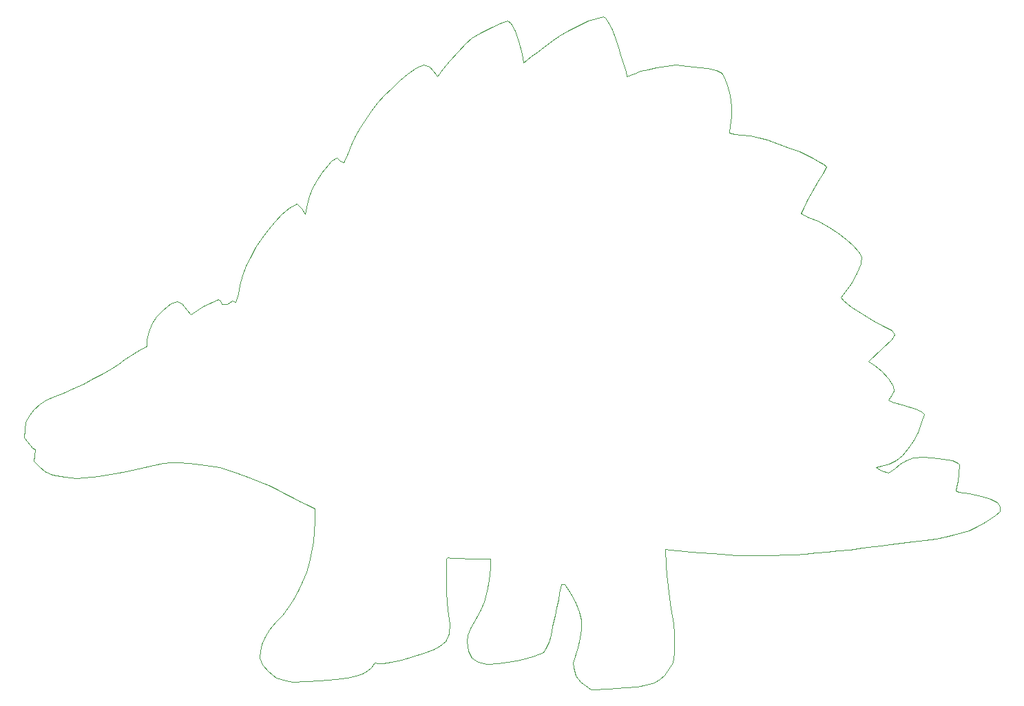
<source format=gbr>
%TF.GenerationSoftware,KiCad,Pcbnew,(6.0.7)*%
%TF.CreationDate,2022-08-20T21:46:32+02:00*%
%TF.ProjectId,demoDino,64656d6f-4469-46e6-9f2e-6b696361645f,rev?*%
%TF.SameCoordinates,Original*%
%TF.FileFunction,Profile,NP*%
%FSLAX46Y46*%
G04 Gerber Fmt 4.6, Leading zero omitted, Abs format (unit mm)*
G04 Created by KiCad (PCBNEW (6.0.7)) date 2022-08-20 21:46:32*
%MOMM*%
%LPD*%
G01*
G04 APERTURE LIST*
%TA.AperFunction,Profile*%
%ADD10C,0.000010*%
%TD*%
G04 APERTURE END LIST*
%TO.C,svg2mod*%
D10*
X95438331Y-24815490D02*
X95798250Y-25330553D01*
X96259305Y-26265536D01*
X96712977Y-27377581D01*
X97050741Y-28423832D01*
X97316793Y-29386791D01*
X97552366Y-30156209D01*
X97927180Y-31389448D01*
X98088795Y-31991770D01*
X98957781Y-31639328D01*
X99774112Y-31346092D01*
X100675456Y-31098572D01*
X101690599Y-30890041D01*
X102848325Y-30713777D01*
X104076591Y-30552785D01*
X106224192Y-30778422D01*
X107925303Y-30979717D01*
X109021977Y-31213713D01*
X109689286Y-31575247D01*
X110102302Y-32159159D01*
X110436099Y-33060287D01*
X110734324Y-34289028D01*
X110891426Y-35618819D01*
X110898875Y-36913460D01*
X110748139Y-38036752D01*
X110636703Y-38957731D01*
X111351083Y-39087243D01*
X112168168Y-39146317D01*
X113201838Y-39304902D01*
X114302191Y-39535697D01*
X115319327Y-39811399D01*
X116692249Y-40265058D01*
X118047034Y-40756926D01*
X119278397Y-41245240D01*
X120281053Y-41688238D01*
X120949717Y-42044157D01*
X121658264Y-42461417D01*
X122199735Y-42721071D01*
X122597273Y-43093437D01*
X122176760Y-43892771D01*
X121701026Y-44646451D01*
X121000364Y-45860557D01*
X120264630Y-47191679D01*
X119683675Y-48296404D01*
X119447352Y-48831321D01*
X120420762Y-49317406D01*
X121565885Y-49801288D01*
X122764462Y-50450848D01*
X123940416Y-51208927D01*
X125017673Y-52018364D01*
X125920157Y-52822000D01*
X126571793Y-53562674D01*
X126896507Y-54183228D01*
X126793475Y-54996356D01*
X126330380Y-56204382D01*
X125657426Y-57479049D01*
X124924812Y-58492104D01*
X124354191Y-59185801D01*
X124728111Y-59589014D01*
X125685902Y-60306486D01*
X126981605Y-61173613D01*
X128369263Y-62025792D01*
X129602916Y-62698418D01*
X130652687Y-63243676D01*
X130990339Y-63690302D01*
X130602892Y-64320230D01*
X129477362Y-65415397D01*
X127774193Y-67030914D01*
X128516378Y-67507054D01*
X129415136Y-68244791D01*
X130229212Y-69172635D01*
X130788416Y-70065036D01*
X130922555Y-70696443D01*
X130475009Y-71410031D01*
X130228207Y-71776145D01*
X130636746Y-72029693D01*
X132132181Y-72438765D01*
X133515754Y-72862519D01*
X134268594Y-73211404D01*
X134616676Y-73512877D01*
X134304644Y-74522964D01*
X133847322Y-75755588D01*
X133283603Y-76861469D01*
X132629091Y-77823465D01*
X131899390Y-78624436D01*
X131110105Y-79247241D01*
X130276840Y-79674739D01*
X129415199Y-79889789D01*
X128728044Y-80075569D01*
X129338096Y-80484653D01*
X130187054Y-80762007D01*
X130952374Y-80211774D01*
X131645564Y-79684349D01*
X132412494Y-79245199D01*
X133231133Y-78869135D01*
X134458152Y-78815055D01*
X135624177Y-78853291D01*
X136938610Y-79019853D01*
X138084593Y-79262103D01*
X138745268Y-79527399D01*
X138967183Y-79710768D01*
X138870834Y-80797933D01*
X138759820Y-81728883D01*
X138627785Y-82440801D01*
X138529340Y-82916326D01*
X138886760Y-83125557D01*
X140129561Y-83320354D01*
X141636729Y-83611749D01*
X142787033Y-83981065D01*
X143564974Y-84419569D01*
X143955055Y-84918524D01*
X143941778Y-85469197D01*
X143314947Y-86025130D01*
X142099414Y-86845378D01*
X140982998Y-87465751D01*
X140100217Y-87825763D01*
X139202223Y-88136284D01*
X138251158Y-88405941D01*
X137209164Y-88643362D01*
X136038382Y-88857173D01*
X134700954Y-89056003D01*
X133159022Y-89248477D01*
X131828755Y-89405294D01*
X130500853Y-89566193D01*
X129329246Y-89712287D01*
X128467867Y-89824693D01*
X126980558Y-90019745D01*
X125517963Y-90196217D01*
X124082012Y-90354012D01*
X122674635Y-90493034D01*
X121297760Y-90613188D01*
X119953317Y-90714377D01*
X118643236Y-90796506D01*
X117369445Y-90859479D01*
X116133876Y-90903198D01*
X114938456Y-90927570D01*
X113785116Y-90932496D01*
X112675784Y-90917883D01*
X111612391Y-90883632D01*
X110596866Y-90829649D01*
X109631137Y-90755838D01*
X108518171Y-90662643D01*
X107195971Y-90560546D01*
X105950692Y-90471770D01*
X104357951Y-90346895D01*
X103366111Y-90237430D01*
X102801705Y-90139217D01*
X102901157Y-92074233D01*
X102988962Y-93254198D01*
X103134142Y-94691168D01*
X103310322Y-96164719D01*
X103491125Y-97454431D01*
X103650176Y-98339881D01*
X103774012Y-99253365D01*
X103862188Y-100565088D01*
X103898124Y-101918970D01*
X103865246Y-102958931D01*
X103755221Y-104113229D01*
X103237434Y-104891461D01*
X102705693Y-105601171D01*
X102124145Y-106148200D01*
X101417861Y-106556929D01*
X100511906Y-106851734D01*
X99331350Y-107056996D01*
X97801260Y-107197092D01*
X95846705Y-107296401D01*
X93681700Y-107382177D01*
X93291962Y-107167728D01*
X92354975Y-106506829D01*
X91779432Y-105722154D01*
X91501776Y-104727358D01*
X91419729Y-104113225D01*
X92009620Y-102265853D01*
X92323417Y-101065836D01*
X92461271Y-99950925D01*
X92418639Y-98885489D01*
X92190977Y-97833898D01*
X91773742Y-96760524D01*
X91162390Y-95629736D01*
X90390724Y-94447515D01*
X90027700Y-94425142D01*
X89786807Y-95545200D01*
X89637617Y-96360726D01*
X89435954Y-97338898D01*
X89225508Y-98267773D01*
X88919737Y-99621813D01*
X88695912Y-100749168D01*
X88471810Y-101604721D01*
X88157613Y-102290716D01*
X87784659Y-102865689D01*
X86691278Y-103295210D01*
X85601326Y-103643588D01*
X84515706Y-103878263D01*
X83402470Y-104035472D01*
X82246273Y-104197760D01*
X80841068Y-104269310D01*
X79760196Y-104041608D01*
X78996726Y-103509852D01*
X78543727Y-102669240D01*
X78394268Y-101514970D01*
X78462501Y-100736252D01*
X78805616Y-99915633D01*
X79631236Y-98556813D01*
X80134470Y-97625495D01*
X80543063Y-96562570D01*
X80861838Y-95349741D01*
X81095622Y-93968712D01*
X81249239Y-92401187D01*
X81320725Y-91370588D01*
X78768468Y-91307186D01*
X77453086Y-91266694D01*
X76458187Y-91222009D01*
X75999276Y-91182867D01*
X75847607Y-91338887D01*
X75885651Y-92187995D01*
X75886772Y-93925331D01*
X75898075Y-95367186D01*
X75961792Y-96616203D01*
X76074493Y-97606398D01*
X76266434Y-99341628D01*
X76173331Y-100599092D01*
X75770050Y-101487932D01*
X75031462Y-102117292D01*
X74215867Y-102504641D01*
X73074652Y-102930644D01*
X71750688Y-103355182D01*
X70386842Y-103738136D01*
X69125985Y-104039386D01*
X68110985Y-104218813D01*
X67484713Y-104236300D01*
X67029086Y-104145545D01*
X66593971Y-104673898D01*
X66137930Y-105131767D01*
X65564451Y-105482608D01*
X64781662Y-105749798D01*
X63697690Y-105956709D01*
X62220662Y-106126718D01*
X60258704Y-106283200D01*
X57018345Y-106511946D01*
X56152467Y-106349089D01*
X54969364Y-105947097D01*
X53986433Y-105253548D01*
X53291279Y-104330157D01*
X52884136Y-103535763D01*
X52977382Y-102669886D01*
X53169304Y-101796762D01*
X53556328Y-100914557D01*
X54136234Y-100027200D01*
X54906803Y-99138621D01*
X55697615Y-98258484D01*
X56424248Y-97309568D01*
X57084355Y-96297991D01*
X57675589Y-95229873D01*
X58195604Y-94111330D01*
X58642055Y-92948481D01*
X59012594Y-91747444D01*
X59304875Y-90514338D01*
X59516553Y-89255280D01*
X59645280Y-87976388D01*
X59688710Y-86683780D01*
X59688710Y-85187609D01*
X58642571Y-84679146D01*
X57897857Y-84302581D01*
X56951450Y-83803753D01*
X56008264Y-83290510D01*
X54994722Y-82749554D01*
X54008744Y-82277009D01*
X52933741Y-81823758D01*
X51653124Y-81340680D01*
X50050305Y-80778656D01*
X47989727Y-80072528D01*
X45602192Y-79715734D01*
X44184817Y-79527146D01*
X43035232Y-79439596D01*
X42025515Y-79455043D01*
X41027746Y-79575445D01*
X39914002Y-79802760D01*
X38038245Y-80230524D01*
X36473303Y-80570899D01*
X35165269Y-80834166D01*
X34060237Y-81030606D01*
X33104302Y-81170498D01*
X32243557Y-81264123D01*
X30370700Y-81430710D01*
X28919283Y-81260394D01*
X27475611Y-81008978D01*
X26485636Y-80600930D01*
X25715597Y-79940132D01*
X25158029Y-79321027D01*
X25225786Y-78611790D01*
X25294156Y-77902554D01*
X25011953Y-77704887D01*
X24364876Y-76970787D01*
X24000002Y-76433731D01*
X24070237Y-75456589D01*
X24139858Y-74479446D01*
X24635266Y-73670133D01*
X25178010Y-72952758D01*
X25872744Y-72320851D01*
X26708947Y-71782552D01*
X27676095Y-71346000D01*
X28822888Y-70891690D01*
X30023302Y-70366079D01*
X31240999Y-69788335D01*
X32439639Y-69177626D01*
X33582883Y-68553118D01*
X34634391Y-67933981D01*
X35557825Y-67339382D01*
X36316846Y-66788487D01*
X37002099Y-66328932D01*
X37923661Y-65794562D01*
X39013312Y-65206536D01*
X39074850Y-64360549D01*
X39252391Y-63411159D01*
X39645233Y-62479707D01*
X40251401Y-61569963D01*
X41068918Y-60685697D01*
X42030078Y-59899732D01*
X42757750Y-59641883D01*
X43356302Y-59913246D01*
X43930106Y-60714914D01*
X44423195Y-61273545D01*
X45234205Y-60759673D01*
X45996498Y-60252272D01*
X46888883Y-59812988D01*
X47874107Y-59422006D01*
X48079854Y-59592322D01*
X48285601Y-60026194D01*
X48940137Y-60011892D01*
X49545039Y-59605976D01*
X49965765Y-59760768D01*
X50252940Y-58708413D01*
X50472263Y-57602592D01*
X50810766Y-56461647D01*
X51258057Y-55302967D01*
X51803741Y-54143941D01*
X52437427Y-53001956D01*
X53148720Y-51894403D01*
X53927227Y-50838668D01*
X54762555Y-49852142D01*
X55644310Y-48952212D01*
X56562099Y-48156267D01*
X57465654Y-47644733D01*
X58074432Y-48256970D01*
X58481575Y-48910885D01*
X58636973Y-48075465D01*
X58927926Y-46929282D01*
X59361603Y-45794776D01*
X59910502Y-44733496D01*
X60547126Y-43806992D01*
X61742436Y-42392052D01*
X62381590Y-41991689D01*
X62858205Y-42359305D01*
X63284506Y-42572609D01*
X63781269Y-41441835D01*
X64212045Y-40345077D01*
X64714082Y-39271217D01*
X65286195Y-38221734D01*
X65927200Y-37198108D01*
X66635911Y-36201819D01*
X67411142Y-35234344D01*
X68251709Y-34297165D01*
X69156426Y-33391760D01*
X70124108Y-32519609D01*
X71153569Y-31682191D01*
X72243624Y-30880985D01*
X73048045Y-30559066D01*
X73794913Y-30838908D01*
X74597592Y-31763024D01*
X74772260Y-32017256D01*
X75479010Y-31061869D01*
X76318625Y-30012800D01*
X77302721Y-28909900D01*
X78260886Y-27935524D01*
X79022707Y-27272022D01*
X79976099Y-26690036D01*
X81346546Y-25965261D01*
X82638975Y-25347332D01*
X83358311Y-25085882D01*
X83818673Y-25435481D01*
X84320972Y-26362611D01*
X84786690Y-27684774D01*
X85137307Y-29219469D01*
X85313839Y-30263744D01*
X86249958Y-29556373D01*
X87120352Y-28896244D01*
X87898420Y-28302622D01*
X88876867Y-27577522D01*
X89746247Y-27008545D01*
X90794417Y-26407387D01*
X92321169Y-25591273D01*
X93339927Y-25133683D01*
X94250468Y-24855272D01*
X95197154Y-24617824D01*
X95438331Y-24815490D01*
%TD*%
M02*

</source>
